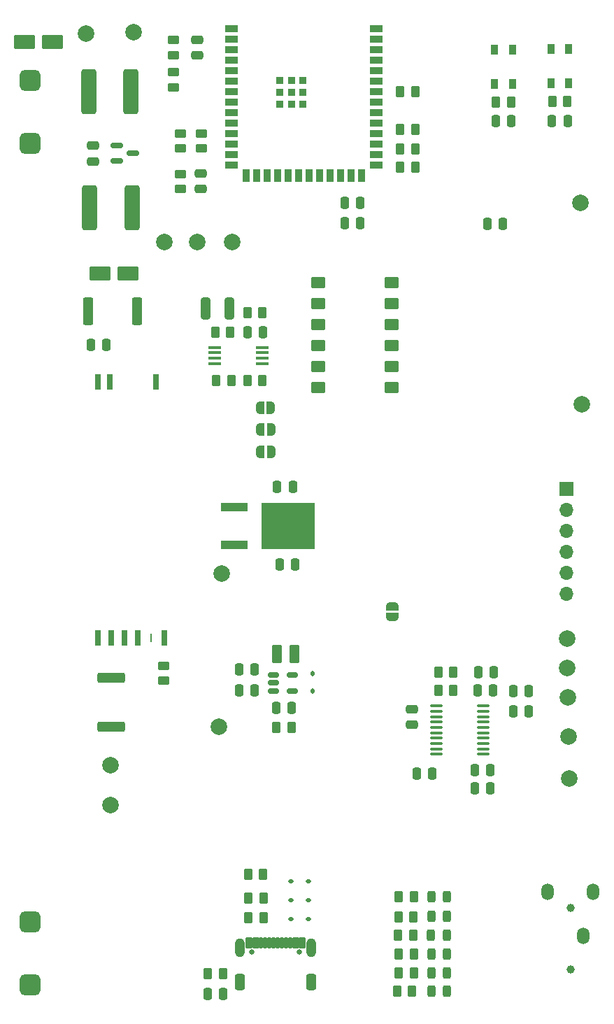
<source format=gbr>
%TF.GenerationSoftware,KiCad,Pcbnew,9.0.0*%
%TF.CreationDate,2025-04-11T15:06:13-04:00*%
%TF.ProjectId,Radiation3,52616469-6174-4696-9f6e-332e6b696361,rev?*%
%TF.SameCoordinates,Original*%
%TF.FileFunction,Soldermask,Top*%
%TF.FilePolarity,Negative*%
%FSLAX46Y46*%
G04 Gerber Fmt 4.6, Leading zero omitted, Abs format (unit mm)*
G04 Created by KiCad (PCBNEW 9.0.0) date 2025-04-11 15:06:13*
%MOMM*%
%LPD*%
G01*
G04 APERTURE LIST*
G04 Aperture macros list*
%AMRoundRect*
0 Rectangle with rounded corners*
0 $1 Rounding radius*
0 $2 $3 $4 $5 $6 $7 $8 $9 X,Y pos of 4 corners*
0 Add a 4 corners polygon primitive as box body*
4,1,4,$2,$3,$4,$5,$6,$7,$8,$9,$2,$3,0*
0 Add four circle primitives for the rounded corners*
1,1,$1+$1,$2,$3*
1,1,$1+$1,$4,$5*
1,1,$1+$1,$6,$7*
1,1,$1+$1,$8,$9*
0 Add four rect primitives between the rounded corners*
20,1,$1+$1,$2,$3,$4,$5,0*
20,1,$1+$1,$4,$5,$6,$7,0*
20,1,$1+$1,$6,$7,$8,$9,0*
20,1,$1+$1,$8,$9,$2,$3,0*%
%AMFreePoly0*
4,1,23,0.500000,-0.750000,0.000000,-0.750000,0.000000,-0.745722,-0.065263,-0.745722,-0.191342,-0.711940,-0.304381,-0.646677,-0.396677,-0.554381,-0.461940,-0.441342,-0.495722,-0.315263,-0.495722,-0.250000,-0.500000,-0.250000,-0.500000,0.250000,-0.495722,0.250000,-0.495722,0.315263,-0.461940,0.441342,-0.396677,0.554381,-0.304381,0.646677,-0.191342,0.711940,-0.065263,0.745722,0.000000,0.745722,
0.000000,0.750000,0.500000,0.750000,0.500000,-0.750000,0.500000,-0.750000,$1*%
%AMFreePoly1*
4,1,23,0.000000,0.745722,0.065263,0.745722,0.191342,0.711940,0.304381,0.646677,0.396677,0.554381,0.461940,0.441342,0.495722,0.315263,0.495722,0.250000,0.500000,0.250000,0.500000,-0.250000,0.495722,-0.250000,0.495722,-0.315263,0.461940,-0.441342,0.396677,-0.554381,0.304381,-0.646677,0.191342,-0.711940,0.065263,-0.745722,0.000000,-0.745722,0.000000,-0.750000,-0.500000,-0.750000,
-0.500000,0.750000,0.000000,0.750000,0.000000,0.745722,0.000000,0.745722,$1*%
G04 Aperture macros list end*
%ADD10RoundRect,0.250000X-0.262500X-0.450000X0.262500X-0.450000X0.262500X0.450000X-0.262500X0.450000X0*%
%ADD11RoundRect,0.250000X0.262500X0.450000X-0.262500X0.450000X-0.262500X-0.450000X0.262500X-0.450000X0*%
%ADD12C,2.000000*%
%ADD13RoundRect,0.250000X-0.250000X-0.475000X0.250000X-0.475000X0.250000X0.475000X-0.250000X0.475000X0*%
%ADD14R,0.760000X1.910000*%
%ADD15R,0.150000X1.000000*%
%ADD16RoundRect,0.112500X0.187500X0.112500X-0.187500X0.112500X-0.187500X-0.112500X0.187500X-0.112500X0*%
%ADD17RoundRect,0.150000X-0.587500X-0.150000X0.587500X-0.150000X0.587500X0.150000X-0.587500X0.150000X0*%
%ADD18R,3.302000X1.117600*%
%ADD19R,6.400800X5.689600*%
%ADD20RoundRect,0.102000X-1.130000X-0.755000X1.130000X-0.755000X1.130000X0.755000X-1.130000X0.755000X0*%
%ADD21RoundRect,0.243750X0.243750X0.456250X-0.243750X0.456250X-0.243750X-0.456250X0.243750X-0.456250X0*%
%ADD22RoundRect,0.635000X-0.635000X-0.635000X0.635000X-0.635000X0.635000X0.635000X-0.635000X0.635000X0*%
%ADD23RoundRect,0.635000X0.635000X0.635000X-0.635000X0.635000X-0.635000X-0.635000X0.635000X-0.635000X0*%
%ADD24RoundRect,0.250000X0.450000X-0.262500X0.450000X0.262500X-0.450000X0.262500X-0.450000X-0.262500X0*%
%ADD25RoundRect,0.250000X-0.650000X-2.450000X0.650000X-2.450000X0.650000X2.450000X-0.650000X2.450000X0*%
%ADD26RoundRect,0.250000X-1.425000X0.362500X-1.425000X-0.362500X1.425000X-0.362500X1.425000X0.362500X0*%
%ADD27R,1.500000X0.449999*%
%ADD28RoundRect,0.250000X-0.450000X0.262500X-0.450000X-0.262500X0.450000X-0.262500X0.450000X0.262500X0*%
%ADD29RoundRect,0.250000X0.375000X0.850000X-0.375000X0.850000X-0.375000X-0.850000X0.375000X-0.850000X0*%
%ADD30C,0.990600*%
%ADD31O,1.498600X2.006600*%
%ADD32FreePoly0,0.000000*%
%ADD33FreePoly1,0.000000*%
%ADD34RoundRect,0.250000X0.250000X0.475000X-0.250000X0.475000X-0.250000X-0.475000X0.250000X-0.475000X0*%
%ADD35FreePoly0,180.000000*%
%ADD36FreePoly1,180.000000*%
%ADD37RoundRect,0.250000X-0.475000X0.250000X-0.475000X-0.250000X0.475000X-0.250000X0.475000X0.250000X0*%
%ADD38RoundRect,0.102000X1.130000X0.755000X-1.130000X0.755000X-1.130000X-0.755000X1.130000X-0.755000X0*%
%ADD39FreePoly0,270.000000*%
%ADD40FreePoly1,270.000000*%
%ADD41RoundRect,0.250000X-0.362500X-1.425000X0.362500X-1.425000X0.362500X1.425000X-0.362500X1.425000X0*%
%ADD42RoundRect,0.102000X-0.325000X0.525000X-0.325000X-0.525000X0.325000X-0.525000X0.325000X0.525000X0*%
%ADD43RoundRect,0.250000X0.312500X1.075000X-0.312500X1.075000X-0.312500X-1.075000X0.312500X-1.075000X0*%
%ADD44RoundRect,0.150000X-0.512500X-0.150000X0.512500X-0.150000X0.512500X0.150000X-0.512500X0.150000X0*%
%ADD45C,0.650000*%
%ADD46RoundRect,0.095000X-0.300000X-0.575000X0.300000X-0.575000X0.300000X0.575000X-0.300000X0.575000X0*%
%ADD47RoundRect,0.095000X-0.150000X-0.600000X0.150000X-0.600000X0.150000X0.600000X-0.150000X0.600000X0*%
%ADD48O,1.204000X2.304000*%
%ADD49RoundRect,0.301000X-0.301000X-0.701000X0.301000X-0.701000X0.301000X0.701000X-0.301000X0.701000X0*%
%ADD50RoundRect,0.102000X-0.750000X-0.550000X0.750000X-0.550000X0.750000X0.550000X-0.750000X0.550000X0*%
%ADD51RoundRect,0.250000X0.475000X-0.250000X0.475000X0.250000X-0.475000X0.250000X-0.475000X-0.250000X0*%
%ADD52R,1.700000X1.700000*%
%ADD53O,1.700000X1.700000*%
%ADD54R,1.500000X0.900000*%
%ADD55R,0.900000X1.500000*%
%ADD56R,0.900000X0.900000*%
%ADD57RoundRect,0.112500X0.112500X-0.187500X0.112500X0.187500X-0.112500X0.187500X-0.112500X-0.187500X0*%
%ADD58RoundRect,0.100000X-0.637500X-0.100000X0.637500X-0.100000X0.637500X0.100000X-0.637500X0.100000X0*%
G04 APERTURE END LIST*
D10*
%TO.C,R3*%
X63087508Y-105450000D03*
X64912508Y-105450000D03*
%TD*%
D11*
%TO.C,R30*%
X91900000Y-148825000D03*
X90075000Y-148825000D03*
%TD*%
D12*
%TO.C,OUTL1*%
X105925000Y-159450000D03*
%TD*%
D13*
%TO.C,C17*%
X78750000Y-92200000D03*
X80650000Y-92200000D03*
%TD*%
D14*
%TO.C,T1*%
X48912500Y-142405000D03*
X50512500Y-142405000D03*
X52112500Y-142405000D03*
X53712500Y-142405000D03*
D15*
X55282500Y-142405000D03*
D14*
X56912500Y-142405000D03*
X55942500Y-111475000D03*
X50342500Y-111475000D03*
X48912500Y-111435000D03*
%TD*%
D11*
%TO.C,R21*%
X87300000Y-85430000D03*
X85475000Y-85430000D03*
%TD*%
%TO.C,R12*%
X105712500Y-77500000D03*
X103887500Y-77500000D03*
%TD*%
D16*
%TO.C,D10*%
X74350000Y-174200000D03*
X72250000Y-174200000D03*
%TD*%
D17*
%TO.C,Q1*%
X51200000Y-82800000D03*
X51200000Y-84700000D03*
X53075000Y-83750000D03*
%TD*%
D12*
%TO.C,GND1*%
X50400000Y-162675000D03*
%TD*%
D11*
%TO.C,R26*%
X64012500Y-183100000D03*
X62187500Y-183100000D03*
%TD*%
D13*
%TO.C,C3*%
X48000000Y-107000000D03*
X49900000Y-107000000D03*
%TD*%
D18*
%TO.C,U2*%
X65371800Y-126639000D03*
D19*
X71925000Y-128925000D03*
D18*
X65371800Y-131211000D03*
%TD*%
D12*
%TO.C,5V1*%
X63550000Y-153175000D03*
%TD*%
D11*
%TO.C,R31*%
X91900000Y-146625000D03*
X90075000Y-146625000D03*
%TD*%
%TO.C,R13*%
X98912500Y-77600000D03*
X97087500Y-77600000D03*
%TD*%
D20*
%TO.C,D2*%
X40030000Y-70300000D03*
X43370000Y-70300000D03*
%TD*%
D13*
%TO.C,C8*%
X70573100Y-124125000D03*
X72473100Y-124125000D03*
%TD*%
D21*
%TO.C,D5*%
X91100000Y-176100000D03*
X89225000Y-176100000D03*
%TD*%
D22*
%TO.C,F1*%
X40700000Y-184477500D03*
X40700000Y-176857500D03*
D23*
X40695000Y-82582500D03*
X40695000Y-74962500D03*
%TD*%
D11*
%TO.C,R23*%
X87312500Y-83230000D03*
X85487500Y-83230000D03*
%TD*%
D13*
%TO.C,C19*%
X94900000Y-146625000D03*
X96800000Y-146625000D03*
%TD*%
D24*
%TO.C,R9*%
X58900000Y-88112500D03*
X58900000Y-86287500D03*
%TD*%
D13*
%TO.C,C12*%
X65950000Y-146240000D03*
X67850000Y-146240000D03*
%TD*%
%TO.C,C25*%
X94500000Y-160625000D03*
X96400000Y-160625000D03*
%TD*%
D25*
%TO.C,C2*%
X47900000Y-90400000D03*
X53000000Y-90400000D03*
%TD*%
D11*
%TO.C,R16*%
X87062500Y-178400000D03*
X85237500Y-178400000D03*
%TD*%
D12*
%TO.C,LRCK1*%
X105700000Y-146075000D03*
%TD*%
D13*
%TO.C,C11*%
X97050000Y-79900000D03*
X98950000Y-79900000D03*
%TD*%
%TO.C,C24*%
X94500000Y-158425000D03*
X96400000Y-158425000D03*
%TD*%
D25*
%TO.C,C4*%
X47750000Y-76300000D03*
X52850000Y-76300000D03*
%TD*%
D11*
%TO.C,R14*%
X87112500Y-173800000D03*
X85287500Y-173800000D03*
%TD*%
D12*
%TO.C,DRAIN1*%
X65150000Y-94500000D03*
%TD*%
D26*
%TO.C,R6*%
X50500000Y-147237500D03*
X50500000Y-153162500D03*
%TD*%
D27*
%TO.C,U1*%
X63000024Y-107275001D03*
X63000024Y-107924999D03*
X63000024Y-108575001D03*
X63000024Y-109224999D03*
X68799992Y-109224999D03*
X68799992Y-108575001D03*
X68799992Y-107924999D03*
X68799992Y-107275001D03*
%TD*%
D28*
%TO.C,R29*%
X58900000Y-81375000D03*
X58900000Y-83200000D03*
%TD*%
D11*
%TO.C,R27*%
X68912500Y-173900000D03*
X67087500Y-173900000D03*
%TD*%
D29*
%TO.C,L1*%
X72700000Y-144350000D03*
X70550000Y-144350000D03*
%TD*%
D30*
%TO.C,J2*%
X106099876Y-182590435D03*
X106099876Y-175090435D03*
D31*
X107600000Y-178490435D03*
X103349818Y-173190433D03*
X108849817Y-173190433D03*
%TD*%
D16*
%TO.C,D12*%
X74350000Y-176500000D03*
X72250000Y-176500000D03*
%TD*%
D11*
%TO.C,R17*%
X87112500Y-180700000D03*
X85287500Y-180700000D03*
%TD*%
D13*
%TO.C,C16*%
X78750000Y-89740000D03*
X80650000Y-89740000D03*
%TD*%
D10*
%TO.C,R11*%
X70487500Y-153250000D03*
X72312500Y-153250000D03*
%TD*%
D11*
%TO.C,R24*%
X87300000Y-80930000D03*
X85475000Y-80930000D03*
%TD*%
D32*
%TO.C,JP2*%
X68550000Y-119925000D03*
D33*
X69850000Y-119925000D03*
%TD*%
D34*
%TO.C,C23*%
X89387500Y-158900000D03*
X87487500Y-158900000D03*
%TD*%
D35*
%TO.C,JP3*%
X69850000Y-117225000D03*
D36*
X68550000Y-117225000D03*
%TD*%
D21*
%TO.C,D6*%
X91087500Y-178400000D03*
X89212500Y-178400000D03*
%TD*%
D12*
%TO.C,VBUS1*%
X50400000Y-157850000D03*
%TD*%
%TO.C,OUTR1*%
X105825000Y-154350000D03*
%TD*%
D11*
%TO.C,R32*%
X68887500Y-171050000D03*
X67062500Y-171050000D03*
%TD*%
D28*
%TO.C,R25*%
X58000000Y-70087500D03*
X58000000Y-71912500D03*
%TD*%
D16*
%TO.C,D11*%
X74350000Y-171900000D03*
X72250000Y-171900000D03*
%TD*%
D12*
%TO.C,HIV-1*%
X47425000Y-69250000D03*
%TD*%
D37*
%TO.C,C18*%
X86887500Y-151050000D03*
X86887500Y-152950000D03*
%TD*%
D12*
%TO.C,DOUT1*%
X105650000Y-142500000D03*
%TD*%
D11*
%TO.C,R22*%
X68912500Y-176300000D03*
X67087500Y-176300000D03*
%TD*%
D38*
%TO.C,D1*%
X52495000Y-98300000D03*
X49155000Y-98300000D03*
%TD*%
D39*
%TO.C,JP4*%
X84525000Y-138600000D03*
D40*
X84525000Y-139900000D03*
%TD*%
D11*
%TO.C,R8*%
X87300000Y-76330000D03*
X85475000Y-76330000D03*
%TD*%
D41*
%TO.C,R4*%
X47700000Y-102900000D03*
X53625000Y-102900000D03*
%TD*%
D42*
%TO.C,S1*%
X105875000Y-71125000D03*
X105875000Y-75275000D03*
X103725000Y-71125000D03*
X103725000Y-75275000D03*
%TD*%
D11*
%TO.C,R15*%
X87087500Y-176200000D03*
X85262500Y-176200000D03*
%TD*%
D13*
%TO.C,C20*%
X94850000Y-148825000D03*
X96750000Y-148825000D03*
%TD*%
%TO.C,C26*%
X96000000Y-92300000D03*
X97900000Y-92300000D03*
%TD*%
%TO.C,C1*%
X67000008Y-105440000D03*
X68900008Y-105440000D03*
%TD*%
D43*
%TO.C,R7*%
X64812500Y-102550000D03*
X61887500Y-102550000D03*
%TD*%
D13*
%TO.C,C22*%
X99137500Y-151300000D03*
X101037500Y-151300000D03*
%TD*%
D11*
%TO.C,R18*%
X87112500Y-183000000D03*
X85287500Y-183000000D03*
%TD*%
D42*
%TO.C,S2*%
X99075000Y-71225000D03*
X99075000Y-75375000D03*
X96925000Y-71225000D03*
X96925000Y-75375000D03*
%TD*%
D44*
%TO.C,U3*%
X70125000Y-146950000D03*
X70125000Y-147900000D03*
X70125000Y-148850000D03*
X72400000Y-148850000D03*
X72400000Y-146950000D03*
%TD*%
D28*
%TO.C,R28*%
X61400000Y-81387500D03*
X61400000Y-83212500D03*
%TD*%
D12*
%TO.C,GND3*%
X107450000Y-114125000D03*
%TD*%
%TO.C,BCK1*%
X105800000Y-149675000D03*
%TD*%
D13*
%TO.C,C13*%
X65950000Y-148750000D03*
X67850000Y-148750000D03*
%TD*%
D12*
%TO.C,STG1*%
X60900000Y-94500000D03*
%TD*%
D35*
%TO.C,JP1*%
X69825000Y-114550000D03*
D36*
X68525000Y-114550000D03*
%TD*%
D21*
%TO.C,D8*%
X91137500Y-183000000D03*
X89262500Y-183000000D03*
%TD*%
D37*
%TO.C,C5*%
X61300000Y-86200000D03*
X61300000Y-88100000D03*
%TD*%
%TO.C,C6*%
X48300000Y-82850000D03*
X48300000Y-84750000D03*
%TD*%
D13*
%TO.C,C9*%
X70873100Y-133525000D03*
X72773100Y-133525000D03*
%TD*%
D12*
%TO.C,+3.3V1*%
X63900000Y-134625000D03*
%TD*%
D45*
%TO.C,J1*%
X67510000Y-180420000D03*
X73290000Y-180420000D03*
D46*
X67200000Y-179345000D03*
X68000000Y-179345000D03*
D47*
X69150000Y-179320000D03*
X70150000Y-179320000D03*
X70650000Y-179320000D03*
X71650000Y-179320000D03*
D46*
X73600000Y-179345000D03*
X72800000Y-179345000D03*
D47*
X72150000Y-179320000D03*
X71150000Y-179320000D03*
X69650000Y-179320000D03*
X68650000Y-179320000D03*
D48*
X66080000Y-179920000D03*
X74720000Y-179920000D03*
D49*
X66080000Y-184100000D03*
X74720000Y-184100000D03*
%TD*%
D12*
%TO.C,PWM1*%
X53175000Y-69150000D03*
%TD*%
%TO.C,GND2*%
X107300000Y-89800000D03*
%TD*%
D50*
%TO.C,S3*%
X75537500Y-99450000D03*
X84437500Y-99450000D03*
X75537500Y-101990000D03*
X84437500Y-101990000D03*
X75537500Y-104530000D03*
X84437500Y-104530000D03*
X75537500Y-107070000D03*
X84437500Y-107070000D03*
X75537500Y-109610000D03*
X84437500Y-109610000D03*
X75537500Y-112150000D03*
X84437500Y-112150000D03*
%TD*%
D13*
%TO.C,C21*%
X99137500Y-148900000D03*
X101037500Y-148900000D03*
%TD*%
D11*
%TO.C,R2*%
X65037500Y-111300000D03*
X63212500Y-111300000D03*
%TD*%
D28*
%TO.C,R20*%
X58000000Y-73987500D03*
X58000000Y-75812500D03*
%TD*%
D11*
%TO.C,R19*%
X86912500Y-185200000D03*
X85087500Y-185200000D03*
%TD*%
D51*
%TO.C,C14*%
X60900000Y-71950000D03*
X60900000Y-70050000D03*
%TD*%
D21*
%TO.C,D7*%
X91137500Y-180700000D03*
X89262500Y-180700000D03*
%TD*%
%TO.C,D9*%
X91137500Y-185200000D03*
X89262500Y-185200000D03*
%TD*%
D52*
%TO.C,J4*%
X105600000Y-124380000D03*
D53*
X105600000Y-126920000D03*
X105600000Y-129460000D03*
X105600000Y-132000000D03*
X105600000Y-134540000D03*
X105600000Y-137080000D03*
%TD*%
D11*
%TO.C,R5*%
X68812500Y-111300000D03*
X66987500Y-111300000D03*
%TD*%
D21*
%TO.C,D4*%
X91112500Y-173800000D03*
X89237500Y-173800000D03*
%TD*%
D54*
%TO.C,U4*%
X65050000Y-68680000D03*
X65050000Y-69950000D03*
X65050000Y-71220000D03*
X65050000Y-72490000D03*
X65050000Y-73760000D03*
X65050000Y-75030000D03*
X65050000Y-76300000D03*
X65050000Y-77570000D03*
X65050000Y-78840000D03*
X65050000Y-80110000D03*
X65050000Y-81380000D03*
X65050000Y-82650000D03*
X65050000Y-83920000D03*
X65050000Y-85190000D03*
D55*
X66815000Y-86440000D03*
X68085000Y-86440000D03*
X69355000Y-86440000D03*
X70625000Y-86440000D03*
X71895000Y-86440000D03*
X73165000Y-86440000D03*
X74435000Y-86440000D03*
X75705000Y-86440000D03*
X76975000Y-86440000D03*
X78245000Y-86440000D03*
X79515000Y-86440000D03*
X80785000Y-86440000D03*
D54*
X82550000Y-85190000D03*
X82550000Y-83920000D03*
X82550000Y-82650000D03*
X82550000Y-81380000D03*
X82550000Y-80110000D03*
X82550000Y-78840000D03*
X82550000Y-77570000D03*
X82550000Y-76300000D03*
X82550000Y-75030000D03*
X82550000Y-73760000D03*
X82550000Y-72490000D03*
X82550000Y-71220000D03*
X82550000Y-69950000D03*
X82550000Y-68680000D03*
D56*
X72300000Y-76400000D03*
X72300000Y-75000000D03*
X70900000Y-75000000D03*
X70900000Y-76400000D03*
X70900000Y-77800000D03*
X72300000Y-77800000D03*
X73700000Y-77800000D03*
X73700000Y-76400000D03*
X73700000Y-75000000D03*
%TD*%
D12*
%TO.C,HIV+1*%
X56900000Y-94500000D03*
%TD*%
D11*
%TO.C,R10*%
X68787500Y-103100000D03*
X66962500Y-103100000D03*
%TD*%
D28*
%TO.C,R1*%
X56850000Y-145812500D03*
X56850000Y-147637500D03*
%TD*%
D13*
%TO.C,C10*%
X103850000Y-79900000D03*
X105750000Y-79900000D03*
%TD*%
D34*
%TO.C,C7*%
X72350000Y-150950000D03*
X70450000Y-150950000D03*
%TD*%
D13*
%TO.C,C15*%
X62162500Y-185500000D03*
X64062500Y-185500000D03*
%TD*%
D57*
%TO.C,D3*%
X74900000Y-148900000D03*
X74900000Y-146800000D03*
%TD*%
D58*
%TO.C,U5*%
X89825000Y-150675000D03*
X89825000Y-151325000D03*
X89825000Y-151975000D03*
X89825000Y-152625000D03*
X89825000Y-153275000D03*
X89825000Y-153925000D03*
X89825000Y-154575000D03*
X89825000Y-155225000D03*
X89825000Y-155875000D03*
X89825000Y-156525000D03*
X95550000Y-156525000D03*
X95550000Y-155875000D03*
X95550000Y-155225000D03*
X95550000Y-154575000D03*
X95550000Y-153925000D03*
X95550000Y-153275000D03*
X95550000Y-152625000D03*
X95550000Y-151975000D03*
X95550000Y-151325000D03*
X95550000Y-150675000D03*
%TD*%
M02*

</source>
